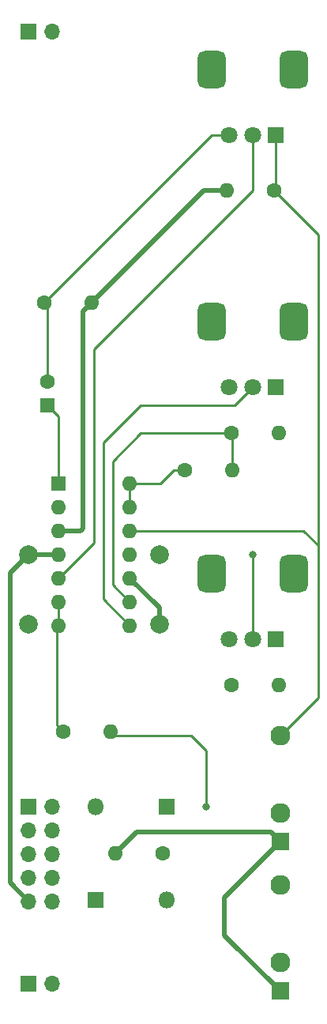
<source format=gbr>
%TF.GenerationSoftware,KiCad,Pcbnew,(6.0.4-0)*%
%TF.CreationDate,2022-12-20T09:13:05-08:00*%
%TF.ProjectId,reverb_v2,72657665-7262-45f7-9632-2e6b69636164,rev?*%
%TF.SameCoordinates,Original*%
%TF.FileFunction,Copper,L2,Bot*%
%TF.FilePolarity,Positive*%
%FSLAX46Y46*%
G04 Gerber Fmt 4.6, Leading zero omitted, Abs format (unit mm)*
G04 Created by KiCad (PCBNEW (6.0.4-0)) date 2022-12-20 09:13:05*
%MOMM*%
%LPD*%
G01*
G04 APERTURE LIST*
G04 Aperture macros list*
%AMRoundRect*
0 Rectangle with rounded corners*
0 $1 Rounding radius*
0 $2 $3 $4 $5 $6 $7 $8 $9 X,Y pos of 4 corners*
0 Add a 4 corners polygon primitive as box body*
4,1,4,$2,$3,$4,$5,$6,$7,$8,$9,$2,$3,0*
0 Add four circle primitives for the rounded corners*
1,1,$1+$1,$2,$3*
1,1,$1+$1,$4,$5*
1,1,$1+$1,$6,$7*
1,1,$1+$1,$8,$9*
0 Add four rect primitives between the rounded corners*
20,1,$1+$1,$2,$3,$4,$5,0*
20,1,$1+$1,$4,$5,$6,$7,0*
20,1,$1+$1,$6,$7,$8,$9,0*
20,1,$1+$1,$8,$9,$2,$3,0*%
G04 Aperture macros list end*
%TA.AperFunction,ComponentPad*%
%ADD10C,1.600000*%
%TD*%
%TA.AperFunction,ComponentPad*%
%ADD11O,1.600000X1.600000*%
%TD*%
%TA.AperFunction,ComponentPad*%
%ADD12C,2.000000*%
%TD*%
%TA.AperFunction,ComponentPad*%
%ADD13R,1.600000X1.600000*%
%TD*%
%TA.AperFunction,ComponentPad*%
%ADD14R,1.700000X1.700000*%
%TD*%
%TA.AperFunction,ComponentPad*%
%ADD15O,1.700000X1.700000*%
%TD*%
%TA.AperFunction,ComponentPad*%
%ADD16R,1.800000X1.800000*%
%TD*%
%TA.AperFunction,ComponentPad*%
%ADD17O,1.800000X1.800000*%
%TD*%
%TA.AperFunction,ComponentPad*%
%ADD18C,1.800000*%
%TD*%
%TA.AperFunction,ComponentPad*%
%ADD19RoundRect,0.750000X0.750000X-1.250000X0.750000X1.250000X-0.750000X1.250000X-0.750000X-1.250000X0*%
%TD*%
%TA.AperFunction,ComponentPad*%
%ADD20R,1.930000X1.830000*%
%TD*%
%TA.AperFunction,ComponentPad*%
%ADD21C,2.130000*%
%TD*%
%TA.AperFunction,ViaPad*%
%ADD22C,0.800000*%
%TD*%
%TA.AperFunction,Conductor*%
%ADD23C,0.500000*%
%TD*%
%TA.AperFunction,Conductor*%
%ADD24C,0.250000*%
%TD*%
G04 APERTURE END LIST*
D10*
%TO.P,R6,1*%
%TO.N,Net-(R2-Pad2)*%
X165685000Y-87000000D03*
D11*
%TO.P,R6,2*%
%TO.N,Net-(R6-Pad2)*%
X170765000Y-87000000D03*
%TD*%
D10*
%TO.P,R2,1*%
%TO.N,Net-(R2-Pad1)*%
X160685000Y-91000000D03*
D11*
%TO.P,R2,2*%
%TO.N,Net-(R2-Pad2)*%
X165765000Y-91000000D03*
%TD*%
D10*
%TO.P,R1,1*%
%TO.N,Net-(D1-Pad2)*%
X158315000Y-132000000D03*
D11*
%TO.P,R1,2*%
%TO.N,GND*%
X153235000Y-132000000D03*
%TD*%
D12*
%TO.P,C3,1*%
%TO.N,-12V*%
X158000000Y-100000000D03*
%TO.P,C3,2*%
%TO.N,GND*%
X158000000Y-107500000D03*
%TD*%
D13*
%TO.P,U1,1*%
%TO.N,Net-(C1-Pad1)*%
X147200000Y-92375000D03*
D11*
%TO.P,U1,2,-*%
%TO.N,Net-(R3-Pad2)*%
X147200000Y-94915000D03*
%TO.P,U1,3,+*%
%TO.N,GND*%
X147200000Y-97455000D03*
%TO.P,U1,4,V+*%
%TO.N,+12V*%
X147200000Y-99995000D03*
%TO.P,U1,5,+*%
%TO.N,Net-(RV_dry/wet1-Pad2)*%
X147200000Y-102535000D03*
%TO.P,U1,6,-*%
%TO.N,Net-(R4-Pad1)*%
X147200000Y-105075000D03*
%TO.P,U1,7*%
X147200000Y-107615000D03*
%TO.P,U1,8*%
%TO.N,Net-(U1-Pad8)*%
X154820000Y-107615000D03*
%TO.P,U1,9,-*%
%TO.N,Net-(R2-Pad2)*%
X154820000Y-105075000D03*
%TO.P,U1,10,+*%
%TO.N,GND*%
X154820000Y-102535000D03*
%TO.P,U1,11,V-*%
%TO.N,-12V*%
X154820000Y-99995000D03*
%TO.P,U1,12,+*%
%TO.N,dry*%
X154820000Y-97455000D03*
%TO.P,U1,13,-*%
%TO.N,Net-(R2-Pad1)*%
X154820000Y-94915000D03*
%TO.P,U1,14*%
X154820000Y-92375000D03*
%TD*%
D14*
%TO.P,J5,1,Pin_1*%
%TO.N,-12V*%
X144000000Y-127000000D03*
D15*
%TO.P,J5,2,Pin_2*%
X146540000Y-127000000D03*
%TO.P,J5,3,Pin_3*%
%TO.N,GND*%
X144000000Y-129540000D03*
%TO.P,J5,4,Pin_4*%
X146540000Y-129540000D03*
%TO.P,J5,5,Pin_5*%
X144000000Y-132080000D03*
%TO.P,J5,6,Pin_6*%
X146540000Y-132080000D03*
%TO.P,J5,7,Pin_7*%
X144000000Y-134620000D03*
%TO.P,J5,8,Pin_8*%
X146540000Y-134620000D03*
%TO.P,J5,9,Pin_9*%
%TO.N,+12V*%
X144000000Y-137160000D03*
%TO.P,J5,10,Pin_10*%
X146540000Y-137160000D03*
%TD*%
D10*
%TO.P,R5,1*%
%TO.N,dry*%
X170315000Y-61000000D03*
D11*
%TO.P,R5,2*%
%TO.N,GND*%
X165235000Y-61000000D03*
%TD*%
D10*
%TO.P,R4,1*%
%TO.N,Net-(R4-Pad1)*%
X147685000Y-119000000D03*
D11*
%TO.P,R4,2*%
%TO.N,Net-(J6-PadT)*%
X152765000Y-119000000D03*
%TD*%
D14*
%TO.P,J1,1,Pin_1*%
%TO.N,GND*%
X144000000Y-146000000D03*
D15*
%TO.P,J1,2,Pin_2*%
%TO.N,Net-(D1-Pad2)*%
X146540000Y-146000000D03*
%TD*%
D16*
%TO.P,D1,1,K*%
%TO.N,+12V*%
X151190000Y-137000000D03*
D17*
%TO.P,D1,2,A*%
%TO.N,Net-(D1-Pad2)*%
X158810000Y-137000000D03*
%TD*%
D13*
%TO.P,C1,1*%
%TO.N,Net-(C1-Pad1)*%
X146000000Y-84000000D03*
D10*
%TO.P,C1,2*%
%TO.N,Net-(C1-Pad2)*%
X146000000Y-81500000D03*
%TD*%
%TO.P,R3,1*%
%TO.N,Net-(D1-Pad2)*%
X165685000Y-114000000D03*
D11*
%TO.P,R3,2*%
%TO.N,Net-(R3-Pad2)*%
X170765000Y-114000000D03*
%TD*%
D14*
%TO.P,J4,1,Pin_1*%
%TO.N,Net-(U1-Pad8)*%
X144000000Y-44000000D03*
D15*
%TO.P,J4,2,Pin_2*%
%TO.N,GND*%
X146540000Y-44000000D03*
%TD*%
D16*
%TO.P,D2,1,K*%
%TO.N,Net-(D1-Pad2)*%
X158810000Y-127000000D03*
D17*
%TO.P,D2,2,A*%
%TO.N,-12V*%
X151190000Y-127000000D03*
%TD*%
D10*
%TO.P,R_filter1,1*%
%TO.N,Net-(C1-Pad2)*%
X145685000Y-73000000D03*
D11*
%TO.P,R_filter1,2*%
%TO.N,GND*%
X150765000Y-73000000D03*
%TD*%
D12*
%TO.P,C2,1*%
%TO.N,+12V*%
X144000000Y-100000000D03*
%TO.P,C2,2*%
%TO.N,GND*%
X144000000Y-107500000D03*
%TD*%
D16*
%TO.P,RV_dry/wet1,1,1*%
%TO.N,dry*%
X170500000Y-55050000D03*
D18*
%TO.P,RV_dry/wet1,2,2*%
%TO.N,Net-(RV_dry/wet1-Pad2)*%
X168000000Y-55050000D03*
%TO.P,RV_dry/wet1,3,3*%
%TO.N,Net-(C1-Pad2)*%
X165500000Y-55050000D03*
D19*
%TO.P,RV_dry/wet1,MP*%
%TO.N,N/C*%
X163600000Y-48050000D03*
X172400000Y-48050000D03*
%TD*%
D16*
%TO.P,RV_send_gain1,1*%
%TO.N,Net-(R6-Pad2)*%
X170500000Y-82050000D03*
D18*
%TO.P,RV_send_gain1,2*%
%TO.N,Net-(U1-Pad8)*%
X168000000Y-82050000D03*
%TO.P,RV_send_gain1,3*%
%TO.N,N/C*%
X165500000Y-82050000D03*
D19*
%TO.P,RV_send_gain1,MP*%
X163600000Y-75050000D03*
X172400000Y-75050000D03*
%TD*%
D20*
%TO.P,J3,S*%
%TO.N,GND*%
X171000000Y-130780000D03*
D21*
%TO.P,J3,T*%
%TO.N,dry*%
X171000000Y-119380000D03*
%TO.P,J3,TN*%
%TO.N,unconnected-(J3-PadTN)*%
X171000000Y-127680000D03*
%TD*%
D20*
%TO.P,J6,S*%
%TO.N,GND*%
X171000000Y-146780000D03*
D21*
%TO.P,J6,T*%
%TO.N,Net-(J6-PadT)*%
X171000000Y-135380000D03*
%TO.P,J6,TN*%
%TO.N,unconnected-(J6-PadTN)*%
X171000000Y-143680000D03*
%TD*%
D16*
%TO.P,RV_return_gain1,1*%
%TO.N,Net-(R3-Pad2)*%
X170500000Y-109050000D03*
D18*
%TO.P,RV_return_gain1,2*%
%TO.N,Net-(C1-Pad1)*%
X168000000Y-109050000D03*
%TO.P,RV_return_gain1,3*%
%TO.N,N/C*%
X165500000Y-109050000D03*
D19*
%TO.P,RV_return_gain1,MP*%
X163600000Y-102050000D03*
X172400000Y-102050000D03*
%TD*%
D22*
%TO.N,Net-(C1-Pad1)*%
X168000000Y-100000000D03*
%TO.N,Net-(J6-PadT)*%
X163000000Y-127000000D03*
%TD*%
D23*
%TO.N,GND*%
X150765000Y-73000000D02*
X149800000Y-73965000D01*
X149800000Y-73965000D02*
X149800000Y-97200000D01*
X149800000Y-97200000D02*
X149545000Y-97455000D01*
X149545000Y-97455000D02*
X147200000Y-97455000D01*
D24*
%TO.N,Net-(R2-Pad1)*%
X154820000Y-92375000D02*
X158125000Y-92375000D01*
X158125000Y-92375000D02*
X159500000Y-91000000D01*
X159500000Y-91000000D02*
X160685000Y-91000000D01*
D23*
%TO.N,GND*%
X153235000Y-132000000D02*
X155535000Y-129700000D01*
X155535000Y-129700000D02*
X169920000Y-129700000D01*
X169920000Y-129700000D02*
X171000000Y-130780000D01*
D24*
%TO.N,Net-(C1-Pad1)*%
X147200000Y-85200000D02*
X146000000Y-84000000D01*
X147200000Y-92375000D02*
X147200000Y-85200000D01*
X168000000Y-100000000D02*
X168000000Y-109050000D01*
%TO.N,Net-(C1-Pad2)*%
X165500000Y-55050000D02*
X163635000Y-55050000D01*
X163635000Y-55050000D02*
X145685000Y-73000000D01*
X146000000Y-73315000D02*
X145685000Y-73000000D01*
X146000000Y-81500000D02*
X146000000Y-73315000D01*
D23*
%TO.N,+12V*%
X142000000Y-135160000D02*
X142000000Y-102000000D01*
X144000000Y-137160000D02*
X142000000Y-135160000D01*
X147195000Y-100000000D02*
X147200000Y-99995000D01*
X144000000Y-100000000D02*
X147195000Y-100000000D01*
X142000000Y-102000000D02*
X144000000Y-100000000D01*
%TO.N,GND*%
X171000000Y-146780000D02*
X170950000Y-146780000D01*
X158000000Y-105715000D02*
X154820000Y-102535000D01*
X165235000Y-61000000D02*
X162765000Y-61000000D01*
X170950000Y-146780000D02*
X165000000Y-140830000D01*
X165000000Y-140830000D02*
X165000000Y-136780000D01*
X165000000Y-136780000D02*
X171000000Y-130780000D01*
X162765000Y-61000000D02*
X150765000Y-73000000D01*
X158000000Y-107500000D02*
X158000000Y-105715000D01*
D24*
%TO.N,dry*%
X175000000Y-65685000D02*
X175000000Y-99000000D01*
X175000000Y-115380000D02*
X175000000Y-99000000D01*
X170500000Y-60815000D02*
X170315000Y-61000000D01*
X170500000Y-55050000D02*
X170500000Y-60815000D01*
X170315000Y-61000000D02*
X175000000Y-65685000D01*
X173455000Y-97455000D02*
X154820000Y-97455000D01*
X171000000Y-119380000D02*
X175000000Y-115380000D01*
X175000000Y-99000000D02*
X173455000Y-97455000D01*
%TO.N,Net-(J6-PadT)*%
X161380000Y-119380000D02*
X153145000Y-119380000D01*
X153145000Y-119380000D02*
X152765000Y-119000000D01*
X163000000Y-121000000D02*
X161380000Y-119380000D01*
X163000000Y-127000000D02*
X163000000Y-121000000D01*
%TO.N,Net-(R2-Pad1)*%
X154820000Y-94915000D02*
X154820000Y-92375000D01*
%TO.N,Net-(R4-Pad1)*%
X147000000Y-118315000D02*
X147000000Y-107815000D01*
X147000000Y-107815000D02*
X147200000Y-107615000D01*
X147685000Y-119000000D02*
X147000000Y-118315000D01*
X147200000Y-107615000D02*
X147200000Y-105075000D01*
%TO.N,Net-(RV_dry/wet1-Pad2)*%
X151000000Y-98735000D02*
X151000000Y-78000000D01*
X151000000Y-78000000D02*
X168000000Y-61000000D01*
X147200000Y-102535000D02*
X151000000Y-98735000D01*
X168000000Y-61000000D02*
X168000000Y-55050000D01*
%TO.N,Net-(U1-Pad8)*%
X152000000Y-104795000D02*
X152000000Y-88000000D01*
X154820000Y-107615000D02*
X152000000Y-104795000D01*
X156000000Y-84000000D02*
X166050000Y-84000000D01*
X152000000Y-88000000D02*
X156000000Y-84000000D01*
X166050000Y-84000000D02*
X168000000Y-82050000D01*
%TO.N,Net-(R2-Pad2)*%
X165765000Y-87080000D02*
X165685000Y-87000000D01*
X165765000Y-91000000D02*
X165765000Y-87080000D01*
X153000000Y-103255000D02*
X153000000Y-90000000D01*
X154820000Y-105075000D02*
X153000000Y-103255000D01*
X153000000Y-90000000D02*
X156000000Y-87000000D01*
X156000000Y-87000000D02*
X165685000Y-87000000D01*
%TD*%
M02*

</source>
